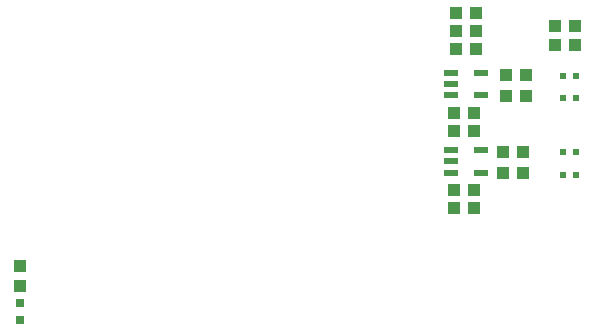
<source format=gbr>
G04 EAGLE Gerber RS-274X export*
G75*
%MOMM*%
%FSLAX34Y34*%
%LPD*%
%INSolderpaste Top*%
%IPPOS*%
%AMOC8*
5,1,8,0,0,1.08239X$1,22.5*%
G01*
%ADD10R,1.000000X1.100000*%
%ADD11R,0.800000X0.800000*%
%ADD12R,0.600000X0.540000*%
%ADD13R,1.100000X1.000000*%
%ADD14R,1.200000X0.550000*%


D10*
X107500Y94000D03*
X107500Y111000D03*
D11*
X107500Y65000D03*
X107500Y80000D03*
D12*
X567250Y272150D03*
X567250Y252850D03*
X577750Y252850D03*
X577750Y272150D03*
D13*
X577500Y314000D03*
X560500Y314000D03*
X577500Y298500D03*
X560500Y298500D03*
D14*
X471999Y274500D03*
X471999Y265000D03*
X471999Y255500D03*
X498001Y255500D03*
X498001Y274500D03*
D13*
X536000Y272500D03*
X519000Y272500D03*
X536000Y255000D03*
X519000Y255000D03*
X476500Y295000D03*
X493500Y295000D03*
X493500Y310000D03*
X476500Y310000D03*
X476500Y325000D03*
X493500Y325000D03*
X492000Y225000D03*
X475000Y225000D03*
X492000Y240500D03*
X475000Y240500D03*
D12*
X567250Y207150D03*
X567250Y187850D03*
X577750Y187850D03*
X577750Y207150D03*
D14*
X471999Y209000D03*
X471999Y199500D03*
X471999Y190000D03*
X498001Y190000D03*
X498001Y209000D03*
D13*
X533500Y207500D03*
X516500Y207500D03*
X533500Y190000D03*
X516500Y190000D03*
X492000Y160000D03*
X475000Y160000D03*
X492000Y175000D03*
X475000Y175000D03*
M02*

</source>
